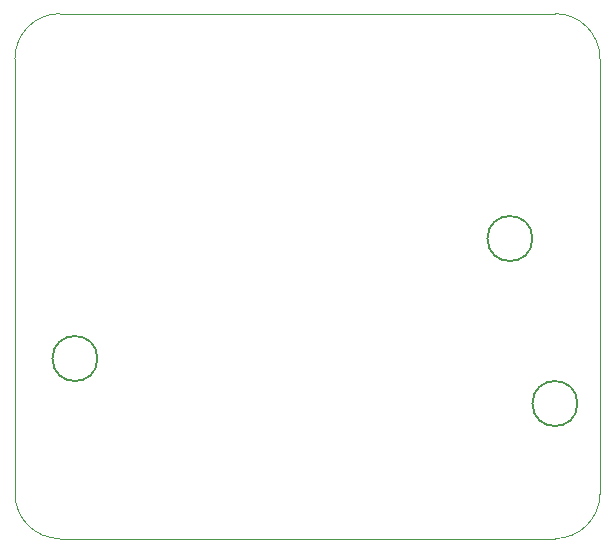
<source format=gbr>
%TF.GenerationSoftware,KiCad,Pcbnew,(5.1.7)-1*%
%TF.CreationDate,2020-12-05T12:34:16+01:00*%
%TF.ProjectId,WiFi-RC-Switch-Bridge_Outlet,57694669-2d52-4432-9d53-77697463682d,rev?*%
%TF.SameCoordinates,Original*%
%TF.FileFunction,Profile,NP*%
%FSLAX46Y46*%
G04 Gerber Fmt 4.6, Leading zero omitted, Abs format (unit mm)*
G04 Created by KiCad (PCBNEW (5.1.7)-1) date 2020-12-05 12:34:16*
%MOMM*%
%LPD*%
G01*
G04 APERTURE LIST*
%TA.AperFunction,Profile*%
%ADD10C,0.150000*%
%TD*%
%TA.AperFunction,Profile*%
%ADD11C,0.050000*%
%TD*%
G04 APERTURE END LIST*
D10*
X155575000Y-110490000D02*
G75*
G03*
X155575000Y-110490000I-1905000J0D01*
G01*
X159385000Y-124460000D02*
G75*
G03*
X159385000Y-124460000I-1905000J0D01*
G01*
X118745000Y-120650000D02*
G75*
G03*
X118745000Y-120650000I-1905000J0D01*
G01*
D11*
X161290000Y-132080000D02*
G75*
G02*
X157480000Y-135890000I-3810000J0D01*
G01*
X115570000Y-135890000D02*
G75*
G02*
X111760000Y-132080000I0J3810000D01*
G01*
X157480000Y-91440000D02*
G75*
G02*
X161290000Y-95250000I0J-3810000D01*
G01*
X111760000Y-95250000D02*
G75*
G02*
X115570000Y-91440000I3810000J0D01*
G01*
X115570000Y-91440000D02*
X157480000Y-91440000D01*
X161290000Y-132080000D02*
X161290000Y-95250000D01*
X115570000Y-135890000D02*
X157480000Y-135890000D01*
X111760000Y-95250000D02*
X111760000Y-132080000D01*
M02*

</source>
